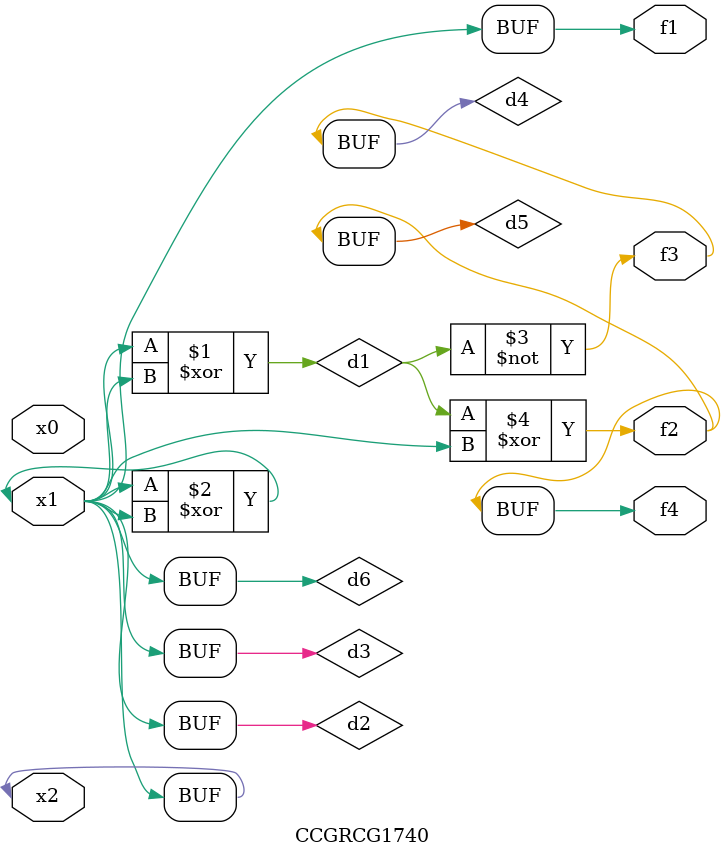
<source format=v>
module CCGRCG1740(
	input x0, x1, x2,
	output f1, f2, f3, f4
);

	wire d1, d2, d3, d4, d5, d6;

	xor (d1, x1, x2);
	buf (d2, x1, x2);
	xor (d3, x1, x2);
	nor (d4, d1);
	xor (d5, d1, d2);
	buf (d6, d2, d3);
	assign f1 = d6;
	assign f2 = d5;
	assign f3 = d4;
	assign f4 = d5;
endmodule

</source>
